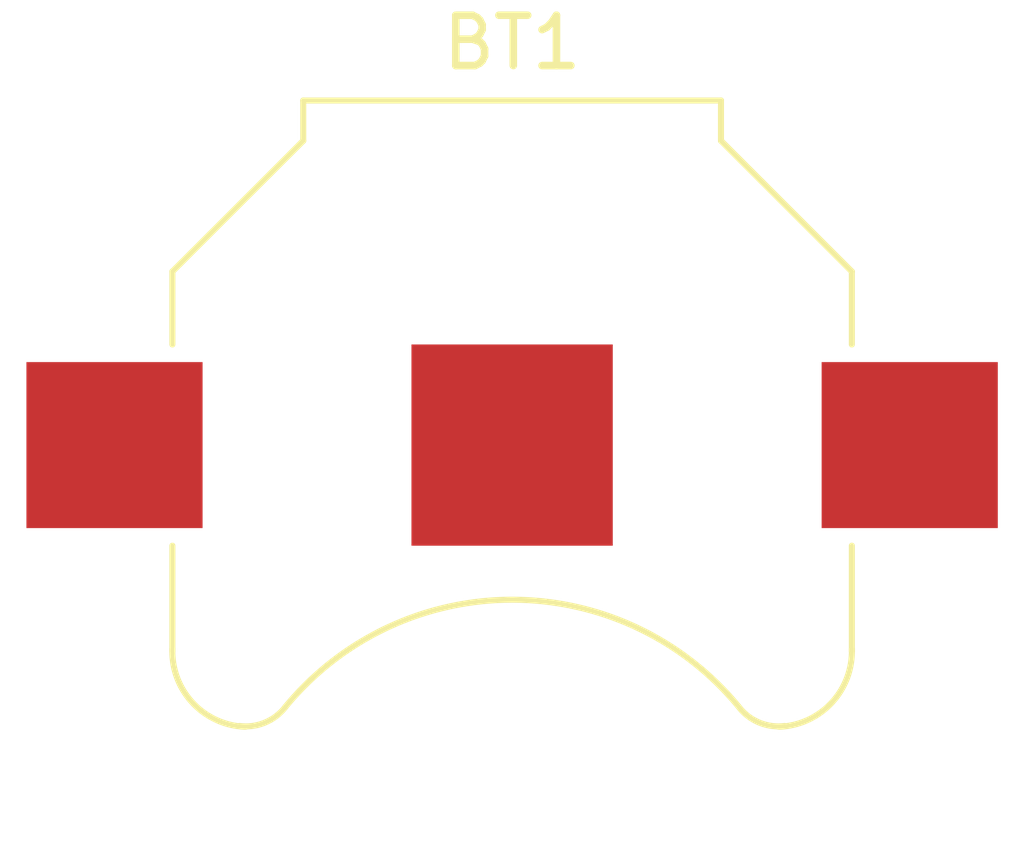
<source format=kicad_pcb>
(kicad_pcb (version 20171130) (host pcbnew 5.1.4+dfsg1-1)

  (general
    (thickness 1.6)
    (drawings 0)
    (tracks 0)
    (zones 0)
    (modules 1)
    (nets 3)
  )

  (page A4)
  (layers
    (0 F.Cu signal)
    (31 B.Cu signal)
    (32 B.Adhes user)
    (33 F.Adhes user)
    (34 B.Paste user)
    (35 F.Paste user)
    (36 B.SilkS user)
    (37 F.SilkS user)
    (38 B.Mask user)
    (39 F.Mask user)
    (40 Dwgs.User user)
    (41 Cmts.User user)
    (42 Eco1.User user)
    (43 Eco2.User user)
    (44 Edge.Cuts user)
    (45 Margin user)
    (46 B.CrtYd user)
    (47 F.CrtYd user)
    (48 B.Fab user)
    (49 F.Fab user)
  )

  (setup
    (last_trace_width 0.25)
    (trace_clearance 0.2)
    (zone_clearance 0.508)
    (zone_45_only no)
    (trace_min 0.2)
    (via_size 0.8)
    (via_drill 0.4)
    (via_min_size 0.4)
    (via_min_drill 0.3)
    (uvia_size 0.3)
    (uvia_drill 0.1)
    (uvias_allowed no)
    (uvia_min_size 0.2)
    (uvia_min_drill 0.1)
    (edge_width 0.05)
    (segment_width 0.2)
    (pcb_text_width 0.3)
    (pcb_text_size 1.5 1.5)
    (mod_edge_width 0.12)
    (mod_text_size 1 1)
    (mod_text_width 0.15)
    (pad_size 1.524 1.524)
    (pad_drill 0.762)
    (pad_to_mask_clearance 0.051)
    (solder_mask_min_width 0.25)
    (aux_axis_origin 0 0)
    (visible_elements FFFFEF7F)
    (pcbplotparams
      (layerselection 0x010fc_ffffffff)
      (usegerberextensions false)
      (usegerberattributes false)
      (usegerberadvancedattributes false)
      (creategerberjobfile false)
      (excludeedgelayer true)
      (linewidth 0.100000)
      (plotframeref false)
      (viasonmask false)
      (mode 1)
      (useauxorigin false)
      (hpglpennumber 1)
      (hpglpenspeed 20)
      (hpglpendiameter 15.000000)
      (psnegative false)
      (psa4output false)
      (plotreference true)
      (plotvalue true)
      (plotinvisibletext false)
      (padsonsilk false)
      (subtractmaskfromsilk false)
      (outputformat 1)
      (mirror false)
      (drillshape 1)
      (scaleselection 1)
      (outputdirectory ""))
  )

  (net 0 "")
  (net 1 "Net-(BT1-Pad2)")
  (net 2 "Net-(BT1-Pad1)")

  (net_class Default "This is the default net class."
    (clearance 0.2)
    (trace_width 0.25)
    (via_dia 0.8)
    (via_drill 0.4)
    (uvia_dia 0.3)
    (uvia_drill 0.1)
    (add_net "Net-(BT1-Pad1)")
    (add_net "Net-(BT1-Pad2)")
  )

  (module Battery:BatteryHolder_Keystone_3000_1x12mm (layer F.Cu) (tedit 5D28A9B6) (tstamp 5E454222)
    (at 76.2 43.18)
    (descr http://www.keyelco.com/product-pdf.cfm?p=777)
    (tags "Keystone type 3000 coin cell retainer")
    (path /5E34B87E)
    (attr smd)
    (fp_text reference BT1 (at 0 -8) (layer F.SilkS)
      (effects (font (size 1 1) (thickness 0.15)))
    )
    (fp_text value Battery (at 0 7.5) (layer F.Fab)
      (effects (font (size 1 1) (thickness 0.15)))
    )
    (fp_text user %R (at 0 0) (layer F.Fab)
      (effects (font (size 1 1) (thickness 0.15)))
    )
    (fp_arc (start 5.29 4.8) (end 5.29 6.76) (angle -90) (layer F.CrtYd) (width 0.05))
    (fp_circle (center 0 0) (end 0 6.25) (layer Dwgs.User) (width 0.15))
    (fp_arc (start 5.29 4.6) (end 4.5 5.2) (angle -60) (layer F.SilkS) (width 0.12))
    (fp_arc (start -5.29 4.6) (end -4.5 5.2) (angle 60) (layer F.SilkS) (width 0.12))
    (fp_arc (start 0 8.9) (end -4.5 5.2) (angle 101) (layer F.SilkS) (width 0.12))
    (fp_arc (start 5.29 4.6) (end 4.6 5.1) (angle -60) (layer F.Fab) (width 0.1))
    (fp_arc (start -5.29 4.6) (end -4.6 5.1) (angle 60) (layer F.Fab) (width 0.1))
    (fp_arc (start 0 8.9) (end -4.6 5.1) (angle 101) (layer F.Fab) (width 0.1))
    (fp_arc (start -5.29 4.8) (end -5.29 6.76) (angle 90) (layer F.CrtYd) (width 0.05))
    (fp_arc (start 5.25 4.1) (end 5.3 5.6) (angle -90) (layer F.SilkS) (width 0.12))
    (fp_arc (start -5.25 4.1) (end -5.3 5.6) (angle 90) (layer F.SilkS) (width 0.12))
    (fp_line (start -7.25 2.15) (end -7.25 4.8) (layer F.CrtYd) (width 0.05))
    (fp_line (start 7.25 2.15) (end 7.25 4.8) (layer F.CrtYd) (width 0.05))
    (fp_line (start 6.75 2) (end 6.75 4.1) (layer F.SilkS) (width 0.12))
    (fp_line (start -6.75 2) (end -6.75 4.1) (layer F.SilkS) (width 0.12))
    (fp_arc (start 5.25 4.1) (end 5.3 5.45) (angle -90) (layer F.Fab) (width 0.1))
    (fp_line (start 7.25 -2.15) (end 7.25 -3.8) (layer F.CrtYd) (width 0.05))
    (fp_line (start 7.25 -3.8) (end 4.65 -6.4) (layer F.CrtYd) (width 0.05))
    (fp_line (start 4.65 -6.4) (end 4.65 -7.35) (layer F.CrtYd) (width 0.05))
    (fp_line (start -4.65 -7.35) (end 4.65 -7.35) (layer F.CrtYd) (width 0.05))
    (fp_line (start -4.65 -6.4) (end -4.65 -7.35) (layer F.CrtYd) (width 0.05))
    (fp_line (start -7.25 -3.8) (end -4.65 -6.4) (layer F.CrtYd) (width 0.05))
    (fp_line (start -7.25 -2.15) (end -7.25 -3.8) (layer F.CrtYd) (width 0.05))
    (fp_line (start -6.75 -2) (end -6.75 -3.45) (layer F.SilkS) (width 0.12))
    (fp_line (start -6.75 -3.45) (end -4.15 -6.05) (layer F.SilkS) (width 0.12))
    (fp_line (start -4.15 -6.05) (end -4.15 -6.85) (layer F.SilkS) (width 0.12))
    (fp_line (start -4.15 -6.85) (end 4.15 -6.85) (layer F.SilkS) (width 0.12))
    (fp_line (start 4.15 -6.85) (end 4.15 -6.05) (layer F.SilkS) (width 0.12))
    (fp_line (start 4.15 -6.05) (end 6.75 -3.45) (layer F.SilkS) (width 0.12))
    (fp_line (start 6.75 -3.45) (end 6.75 -2) (layer F.SilkS) (width 0.12))
    (fp_line (start -7.25 -2.15) (end -10.15 -2.15) (layer F.CrtYd) (width 0.05))
    (fp_line (start -10.15 -2.15) (end -10.15 2.15) (layer F.CrtYd) (width 0.05))
    (fp_line (start -10.15 2.15) (end -7.25 2.15) (layer F.CrtYd) (width 0.05))
    (fp_line (start 7.25 -2.15) (end 10.15 -2.15) (layer F.CrtYd) (width 0.05))
    (fp_line (start 10.15 -2.15) (end 10.15 2.15) (layer F.CrtYd) (width 0.05))
    (fp_line (start 10.15 2.15) (end 7.25 2.15) (layer F.CrtYd) (width 0.05))
    (fp_arc (start -5.25 4.1) (end -5.3 5.45) (angle 90) (layer F.Fab) (width 0.1))
    (fp_line (start 6.6 -3.4) (end 6.6 4.1) (layer F.Fab) (width 0.1))
    (fp_line (start -6.6 -3.4) (end -6.6 4.1) (layer F.Fab) (width 0.1))
    (fp_line (start 4 -6) (end 6.6 -3.4) (layer F.Fab) (width 0.1))
    (fp_line (start -4 -6) (end -6.6 -3.4) (layer F.Fab) (width 0.1))
    (fp_line (start 4 -6.7) (end 4 -6) (layer F.Fab) (width 0.1))
    (fp_line (start -4 -6.7) (end -4 -6) (layer F.Fab) (width 0.1))
    (fp_line (start -4 -6.7) (end 4 -6.7) (layer F.Fab) (width 0.1))
    (fp_line (start -5.29 6.76) (end 5.29 6.76) (layer F.CrtYd) (width 0.05))
    (pad 1 smd rect (at -7.9 0) (size 3.5 3.3) (layers F.Cu F.Paste F.Mask)
      (net 2 "Net-(BT1-Pad1)"))
    (pad 1 smd rect (at 7.9 0) (size 3.5 3.3) (layers F.Cu F.Paste F.Mask)
      (net 2 "Net-(BT1-Pad1)"))
    (pad 2 smd rect (at 0 0) (size 4 4) (layers F.Cu F.Paste F.Mask)
      (net 1 "Net-(BT1-Pad2)"))
    (model ${KISYS3DMOD}/Battery.3dshapes/BatteryHolder_Keystone_3000_1x12mm.wrl
      (at (xyz 0 0 0))
      (scale (xyz 1 1 1))
      (rotate (xyz 0 0 0))
    )
  )

)

</source>
